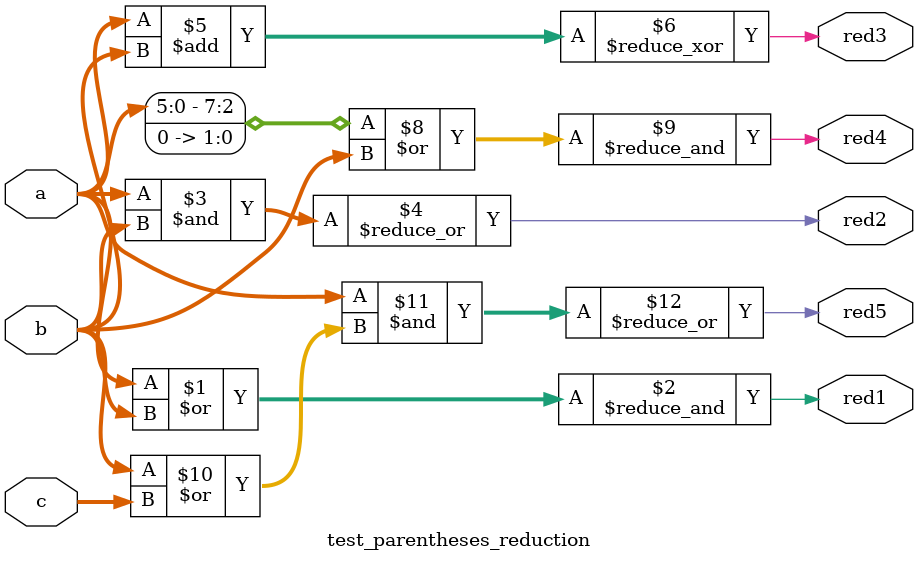
<source format=v>
module test_parentheses_reduction(
    input [7:0] a,
    input [7:0] b,
    input [7:0] c,
    output wire red1,
    output wire red2,
    output wire red3,
    output wire red4,
    output wire red5
);
    // Reduction on grouped expressions
    assign red1 = &(a | b);           // Reduce result of OR
    assign red2 = |(a & b);           // Reduce result of AND
    assign red3 = ^(a + b);           // Reduce result of addition
    assign red4 = &((a << 2) | b);    // Reduce complex expression
    assign red5 = |(a & (b | c));     // Nested groups with reduction
endmodule

</source>
